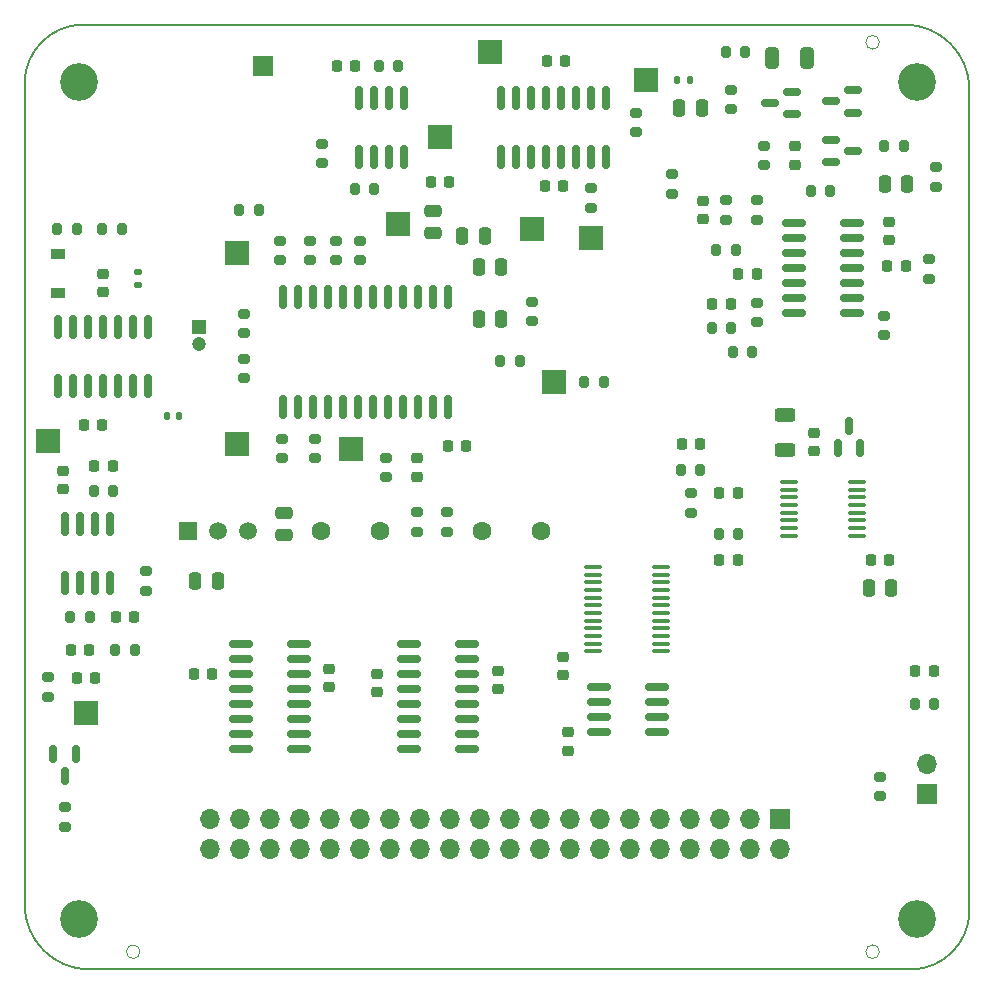
<source format=gbr>
G04 #@! TF.GenerationSoftware,KiCad,Pcbnew,(6.0.7-1)-1*
G04 #@! TF.CreationDate,2023-04-02T22:51:05-07:00*
G04 #@! TF.ProjectId,as3372,61733333-3732-42e6-9b69-6361645f7063,0.2*
G04 #@! TF.SameCoordinates,PX3d83120PY6590fa0*
G04 #@! TF.FileFunction,Soldermask,Top*
G04 #@! TF.FilePolarity,Negative*
%FSLAX46Y46*%
G04 Gerber Fmt 4.6, Leading zero omitted, Abs format (unit mm)*
G04 Created by KiCad (PCBNEW (6.0.7-1)-1) date 2023-04-02 22:51:05*
%MOMM*%
%LPD*%
G01*
G04 APERTURE LIST*
G04 Aperture macros list*
%AMRoundRect*
0 Rectangle with rounded corners*
0 $1 Rounding radius*
0 $2 $3 $4 $5 $6 $7 $8 $9 X,Y pos of 4 corners*
0 Add a 4 corners polygon primitive as box body*
4,1,4,$2,$3,$4,$5,$6,$7,$8,$9,$2,$3,0*
0 Add four circle primitives for the rounded corners*
1,1,$1+$1,$2,$3*
1,1,$1+$1,$4,$5*
1,1,$1+$1,$6,$7*
1,1,$1+$1,$8,$9*
0 Add four rect primitives between the rounded corners*
20,1,$1+$1,$2,$3,$4,$5,0*
20,1,$1+$1,$4,$5,$6,$7,0*
20,1,$1+$1,$6,$7,$8,$9,0*
20,1,$1+$1,$8,$9,$2,$3,0*%
G04 Aperture macros list end*
G04 #@! TA.AperFunction,Profile*
%ADD10C,0.150000*%
G04 #@! TD*
G04 #@! TA.AperFunction,Profile*
%ADD11C,0.050000*%
G04 #@! TD*
%ADD12RoundRect,0.250000X0.250000X0.475000X-0.250000X0.475000X-0.250000X-0.475000X0.250000X-0.475000X0*%
%ADD13RoundRect,0.225000X0.225000X0.250000X-0.225000X0.250000X-0.225000X-0.250000X0.225000X-0.250000X0*%
%ADD14RoundRect,0.250000X-0.625000X0.312500X-0.625000X-0.312500X0.625000X-0.312500X0.625000X0.312500X0*%
%ADD15RoundRect,0.225000X0.250000X-0.225000X0.250000X0.225000X-0.250000X0.225000X-0.250000X-0.225000X0*%
%ADD16C,3.200000*%
%ADD17RoundRect,0.100000X0.637500X0.100000X-0.637500X0.100000X-0.637500X-0.100000X0.637500X-0.100000X0*%
%ADD18RoundRect,0.200000X-0.200000X-0.275000X0.200000X-0.275000X0.200000X0.275000X-0.200000X0.275000X0*%
%ADD19RoundRect,0.218750X-0.218750X-0.256250X0.218750X-0.256250X0.218750X0.256250X-0.218750X0.256250X0*%
%ADD20R,1.700000X1.700000*%
%ADD21O,1.700000X1.700000*%
%ADD22RoundRect,0.150000X0.150000X-0.587500X0.150000X0.587500X-0.150000X0.587500X-0.150000X-0.587500X0*%
%ADD23RoundRect,0.150000X0.825000X0.150000X-0.825000X0.150000X-0.825000X-0.150000X0.825000X-0.150000X0*%
%ADD24RoundRect,0.200000X0.275000X-0.200000X0.275000X0.200000X-0.275000X0.200000X-0.275000X-0.200000X0*%
%ADD25RoundRect,0.250000X0.475000X-0.250000X0.475000X0.250000X-0.475000X0.250000X-0.475000X-0.250000X0*%
%ADD26RoundRect,0.250000X-0.250000X-0.475000X0.250000X-0.475000X0.250000X0.475000X-0.250000X0.475000X0*%
%ADD27RoundRect,0.200000X0.200000X0.275000X-0.200000X0.275000X-0.200000X-0.275000X0.200000X-0.275000X0*%
%ADD28RoundRect,0.135000X-0.135000X-0.185000X0.135000X-0.185000X0.135000X0.185000X-0.135000X0.185000X0*%
%ADD29R,1.200000X0.900000*%
%ADD30R,2.000000X2.000000*%
%ADD31RoundRect,0.150000X0.150000X-0.825000X0.150000X0.825000X-0.150000X0.825000X-0.150000X-0.825000X0*%
%ADD32RoundRect,0.200000X-0.275000X0.200000X-0.275000X-0.200000X0.275000X-0.200000X0.275000X0.200000X0*%
%ADD33RoundRect,0.225000X-0.225000X-0.250000X0.225000X-0.250000X0.225000X0.250000X-0.225000X0.250000X0*%
%ADD34RoundRect,0.250000X-0.325000X-0.650000X0.325000X-0.650000X0.325000X0.650000X-0.325000X0.650000X0*%
%ADD35RoundRect,0.135000X-0.185000X0.135000X-0.185000X-0.135000X0.185000X-0.135000X0.185000X0.135000X0*%
%ADD36C,1.600000*%
%ADD37RoundRect,0.150000X0.587500X0.150000X-0.587500X0.150000X-0.587500X-0.150000X0.587500X-0.150000X0*%
%ADD38RoundRect,0.150000X-0.825000X-0.150000X0.825000X-0.150000X0.825000X0.150000X-0.825000X0.150000X0*%
%ADD39RoundRect,0.150000X-0.587500X-0.150000X0.587500X-0.150000X0.587500X0.150000X-0.587500X0.150000X0*%
%ADD40RoundRect,0.150000X-0.150000X0.875000X-0.150000X-0.875000X0.150000X-0.875000X0.150000X0.875000X0*%
%ADD41R,1.200000X1.200000*%
%ADD42C,1.200000*%
%ADD43RoundRect,0.135000X0.135000X0.185000X-0.135000X0.185000X-0.135000X-0.185000X0.135000X-0.185000X0*%
%ADD44RoundRect,0.225000X-0.250000X0.225000X-0.250000X-0.225000X0.250000X-0.225000X0.250000X0.225000X0*%
%ADD45RoundRect,0.250000X-0.475000X0.250000X-0.475000X-0.250000X0.475000X-0.250000X0.475000X0.250000X0*%
%ADD46RoundRect,0.150000X-0.150000X0.587500X-0.150000X-0.587500X0.150000X-0.587500X0.150000X0.587500X0*%
%ADD47RoundRect,0.150000X-0.150000X0.825000X-0.150000X-0.825000X0.150000X-0.825000X0.150000X0.825000X0*%
%ADD48R,1.500000X1.500000*%
%ADD49C,1.500000*%
G04 APERTURE END LIST*
D10*
X900000Y6700000D02*
G75*
G03*
X6400000Y1200000I5500000J0D01*
G01*
X75900000Y1200000D02*
G75*
G03*
X80900000Y6200000I0J5000000D01*
G01*
X75900000Y1200000D02*
X6400000Y1200000D01*
X5900000Y81200000D02*
G75*
G03*
X900000Y76200000I0J-5000000D01*
G01*
X80900000Y75700000D02*
G75*
G03*
X75400000Y81200000I-5500000J0D01*
G01*
X5900000Y81200000D02*
X75400000Y81200000D01*
X80900000Y6200000D02*
X80900000Y75700000D01*
X900000Y76200000D02*
X900000Y6700000D01*
D11*
X10676000Y2700000D02*
G75*
G03*
X10676000Y2700000I-576000J0D01*
G01*
X73276000Y79700000D02*
G75*
G03*
X73276000Y79700000I-576000J0D01*
G01*
X73276000Y2700000D02*
G75*
G03*
X73276000Y2700000I-576000J0D01*
G01*
D12*
X74300000Y33500000D03*
X72400000Y33500000D03*
D13*
X74125000Y35900000D03*
X72575000Y35900000D03*
D14*
X65300000Y48112500D03*
X65300000Y45187500D03*
D15*
X46500000Y26125000D03*
X46500000Y27675000D03*
D16*
X76500000Y5500000D03*
X5500000Y5500000D03*
D17*
X54762500Y28125000D03*
X54762500Y28775000D03*
X54762500Y29425000D03*
X54762500Y30075000D03*
X54762500Y30725000D03*
X54762500Y31375000D03*
X54762500Y32025000D03*
X54762500Y32675000D03*
X54762500Y33325000D03*
X54762500Y33975000D03*
X54762500Y34625000D03*
X54762500Y35275000D03*
X49037500Y35275000D03*
X49037500Y34625000D03*
X49037500Y33975000D03*
X49037500Y33325000D03*
X49037500Y32675000D03*
X49037500Y32025000D03*
X49037500Y31375000D03*
X49037500Y30725000D03*
X49037500Y30075000D03*
X49037500Y29425000D03*
X49037500Y28775000D03*
X49037500Y28125000D03*
D18*
X76262500Y23700000D03*
X77912500Y23700000D03*
D19*
X76300000Y26500000D03*
X77875000Y26500000D03*
D20*
X64825000Y13950000D03*
D21*
X64825000Y11410000D03*
X62285000Y13950000D03*
X62285000Y11410000D03*
X59745000Y13950000D03*
X59745000Y11410000D03*
X57205000Y13950000D03*
X57205000Y11410000D03*
X54665000Y13950000D03*
X54665000Y11410000D03*
X52125000Y13950000D03*
X52125000Y11410000D03*
X49585000Y13950000D03*
X49585000Y11410000D03*
X47045000Y13950000D03*
X47045000Y11410000D03*
X44505000Y13950000D03*
X44505000Y11410000D03*
X41965000Y13950000D03*
X41965000Y11410000D03*
X39425000Y13950000D03*
X39425000Y11410000D03*
X36885000Y13950000D03*
X36885000Y11410000D03*
X34345000Y13950000D03*
X34345000Y11410000D03*
X31805000Y13950000D03*
X31805000Y11410000D03*
X29265000Y13950000D03*
X29265000Y11410000D03*
X26725000Y13950000D03*
X26725000Y11410000D03*
X24185000Y13950000D03*
X24185000Y11410000D03*
X21645000Y13950000D03*
X21645000Y11410000D03*
X19105000Y13950000D03*
X19105000Y11410000D03*
X16565000Y13950000D03*
X16565000Y11410000D03*
D15*
X46900000Y19725000D03*
X46900000Y21275000D03*
D22*
X69750000Y45312500D03*
X71650000Y45312500D03*
X70700000Y47187500D03*
D15*
X67700000Y45075000D03*
X67700000Y46625000D03*
D23*
X54450000Y21300000D03*
X54450000Y22570000D03*
X54450000Y23840000D03*
X54450000Y25110000D03*
X49500000Y25110000D03*
X49500000Y23840000D03*
X49500000Y22570000D03*
X49500000Y21300000D03*
D24*
X62900000Y64675000D03*
X62900000Y66325000D03*
D18*
X4770000Y31000000D03*
X6420000Y31000000D03*
D25*
X22900000Y37950000D03*
X22900000Y39850000D03*
D24*
X25100000Y61255000D03*
X25100000Y62905000D03*
D20*
X77300000Y16025000D03*
D21*
X77300000Y18565000D03*
D24*
X36700000Y38275000D03*
X36700000Y39925000D03*
D26*
X39350000Y56300000D03*
X41250000Y56300000D03*
D18*
X3675000Y63900000D03*
X5325000Y63900000D03*
D27*
X58125000Y43500000D03*
X56475000Y43500000D03*
D26*
X15350000Y34100000D03*
X17250000Y34100000D03*
D28*
X56178750Y76500000D03*
X57198750Y76500000D03*
D18*
X73675000Y70900000D03*
X75325000Y70900000D03*
D24*
X57300000Y39875000D03*
X57300000Y41525000D03*
D18*
X48275000Y50900000D03*
X49925000Y50900000D03*
D29*
X3700000Y61750000D03*
X3700000Y58450000D03*
D13*
X60675000Y57550000D03*
X59125000Y57550000D03*
D24*
X77500000Y59675000D03*
X77500000Y61325000D03*
D30*
X45700000Y50900000D03*
D12*
X58250000Y74100000D03*
X56350000Y74100000D03*
D31*
X29195000Y70025000D03*
X30465000Y70025000D03*
X31735000Y70025000D03*
X33005000Y70025000D03*
X33005000Y74975000D03*
X31735000Y74975000D03*
X30465000Y74975000D03*
X29195000Y74975000D03*
D32*
X29300000Y62905000D03*
X29300000Y61255000D03*
D17*
X71362500Y37925000D03*
X71362500Y38575000D03*
X71362500Y39225000D03*
X71362500Y39875000D03*
X71362500Y40525000D03*
X71362500Y41175000D03*
X71362500Y41825000D03*
X71362500Y42475000D03*
X65637500Y42475000D03*
X65637500Y41825000D03*
X65637500Y41175000D03*
X65637500Y40525000D03*
X65637500Y39875000D03*
X65637500Y39225000D03*
X65637500Y38575000D03*
X65637500Y37925000D03*
D31*
X41255000Y70025000D03*
X42525000Y70025000D03*
X43795000Y70025000D03*
X45065000Y70025000D03*
X46335000Y70025000D03*
X47605000Y70025000D03*
X48875000Y70025000D03*
X50145000Y70025000D03*
X50145000Y74975000D03*
X48875000Y74975000D03*
X47605000Y74975000D03*
X46335000Y74975000D03*
X45065000Y74975000D03*
X43795000Y74975000D03*
X42525000Y74975000D03*
X41255000Y74975000D03*
D33*
X27325000Y77700000D03*
X28875000Y77700000D03*
X56525000Y45700000D03*
X58075000Y45700000D03*
D34*
X64225000Y78400000D03*
X67175000Y78400000D03*
D32*
X2900000Y25925000D03*
X2900000Y24275000D03*
D15*
X66100000Y69350000D03*
X66100000Y70900000D03*
D30*
X48900000Y63100000D03*
D35*
X10500000Y60210000D03*
X10500000Y59190000D03*
D13*
X75500000Y60800000D03*
X73950000Y60800000D03*
D26*
X37950000Y63300000D03*
X39850000Y63300000D03*
D30*
X36100000Y71700000D03*
D27*
X61325000Y38100000D03*
X59675000Y38100000D03*
D36*
X44600000Y38300000D03*
X39600000Y38300000D03*
D33*
X5325000Y25900000D03*
X6875000Y25900000D03*
X5925000Y47300000D03*
X7475000Y47300000D03*
D30*
X28500000Y45300000D03*
D37*
X65900000Y73625000D03*
X65900000Y75525000D03*
X64025000Y74575000D03*
D18*
X6770000Y41700000D03*
X8420000Y41700000D03*
D38*
X19225000Y28745000D03*
X19225000Y27475000D03*
X19225000Y26205000D03*
X19225000Y24935000D03*
X19225000Y23665000D03*
X19225000Y22395000D03*
X19225000Y21125000D03*
X19225000Y19855000D03*
X24175000Y19855000D03*
X24175000Y21125000D03*
X24175000Y22395000D03*
X24175000Y23665000D03*
X24175000Y24935000D03*
X24175000Y26205000D03*
X24175000Y27475000D03*
X24175000Y28745000D03*
D39*
X69162500Y71450000D03*
X69162500Y69550000D03*
X71037500Y70500000D03*
D40*
X36785000Y58150000D03*
X35515000Y58150000D03*
X34245000Y58150000D03*
X32975000Y58150000D03*
X31705000Y58150000D03*
X30435000Y58150000D03*
X29165000Y58150000D03*
X27895000Y58150000D03*
X26625000Y58150000D03*
X25355000Y58150000D03*
X24085000Y58150000D03*
X22815000Y58150000D03*
X22815000Y48850000D03*
X24085000Y48850000D03*
X25355000Y48850000D03*
X26625000Y48850000D03*
X27895000Y48850000D03*
X29165000Y48850000D03*
X30435000Y48850000D03*
X31705000Y48850000D03*
X32975000Y48850000D03*
X34245000Y48850000D03*
X35515000Y48850000D03*
X36785000Y48850000D03*
D15*
X58300000Y64725000D03*
X58300000Y66275000D03*
D32*
X4300000Y14925000D03*
X4300000Y13275000D03*
D15*
X74100000Y62925000D03*
X74100000Y64475000D03*
X4195000Y41835000D03*
X4195000Y43385000D03*
D24*
X31500000Y42875000D03*
X31500000Y44525000D03*
D32*
X27300000Y62905000D03*
X27300000Y61255000D03*
D33*
X35325000Y67900000D03*
X36875000Y67900000D03*
D18*
X8570000Y28210000D03*
X10220000Y28210000D03*
D30*
X32500000Y64300000D03*
D27*
X42825000Y52700000D03*
X41175000Y52700000D03*
D24*
X55700000Y66875000D03*
X55700000Y68525000D03*
D32*
X73700000Y56525000D03*
X73700000Y54875000D03*
D41*
X15700000Y55622600D03*
D42*
X15700000Y54122600D03*
D33*
X59725000Y35900000D03*
X61275000Y35900000D03*
D43*
X14010000Y48100000D03*
X12990000Y48100000D03*
D24*
X25500000Y44475000D03*
X25500000Y46125000D03*
D32*
X60300000Y66325000D03*
X60300000Y64675000D03*
D30*
X43900000Y63900000D03*
X18900000Y45700000D03*
D24*
X22700000Y44475000D03*
X22700000Y46125000D03*
D30*
X53500000Y76500000D03*
D23*
X70975000Y56790000D03*
X70975000Y58060000D03*
X70975000Y59330000D03*
X70975000Y60600000D03*
X70975000Y61870000D03*
X70975000Y63140000D03*
X70975000Y64410000D03*
X66025000Y64410000D03*
X66025000Y63140000D03*
X66025000Y61870000D03*
X66025000Y60600000D03*
X66025000Y59330000D03*
X66025000Y58060000D03*
X66025000Y56790000D03*
D32*
X62900000Y57625000D03*
X62900000Y55975000D03*
D15*
X34100000Y42925000D03*
X34100000Y44475000D03*
D30*
X6100000Y22900000D03*
D33*
X6820000Y43810000D03*
X8370000Y43810000D03*
D44*
X7500000Y58525000D03*
X7500000Y60075000D03*
D26*
X39350000Y60700000D03*
X41250000Y60700000D03*
D32*
X60700000Y75675000D03*
X60700000Y74025000D03*
D37*
X71037500Y73750000D03*
X71037500Y75650000D03*
X69162500Y74700000D03*
D24*
X22500000Y61255000D03*
X22500000Y62905000D03*
D32*
X11195000Y34925000D03*
X11195000Y33275000D03*
D18*
X30875000Y77700000D03*
X32525000Y77700000D03*
D30*
X2900000Y45900000D03*
D18*
X59475000Y62100000D03*
X61125000Y62100000D03*
D30*
X18900000Y61900000D03*
D12*
X75650000Y67700000D03*
X73750000Y67700000D03*
D24*
X48900000Y65675000D03*
X48900000Y67325000D03*
D18*
X59075000Y55500000D03*
X60725000Y55500000D03*
D32*
X34100000Y39925000D03*
X34100000Y38275000D03*
D30*
X40300000Y78900000D03*
D16*
X76500000Y76300000D03*
D27*
X61925000Y78900000D03*
X60275000Y78900000D03*
X62525000Y53500000D03*
X60875000Y53500000D03*
D24*
X19500000Y51275000D03*
X19500000Y52925000D03*
D16*
X5500000Y76300000D03*
D33*
X59725000Y41500000D03*
X61275000Y41500000D03*
D15*
X30765000Y24650000D03*
X30765000Y26200000D03*
D44*
X40975000Y26500000D03*
X40975000Y24950000D03*
D13*
X10175000Y31000000D03*
X8625000Y31000000D03*
D33*
X61325000Y60100000D03*
X62875000Y60100000D03*
D24*
X19500000Y55075000D03*
X19500000Y56725000D03*
D32*
X73300000Y17525000D03*
X73300000Y15875000D03*
D20*
X21100000Y77700000D03*
D32*
X52700000Y73725000D03*
X52700000Y72075000D03*
D45*
X35500000Y65450000D03*
X35500000Y63550000D03*
D32*
X63500000Y70925000D03*
X63500000Y69275000D03*
D46*
X5250000Y19437500D03*
X3350000Y19437500D03*
X4300000Y17562500D03*
D33*
X15225000Y26225000D03*
X16775000Y26225000D03*
D13*
X46675000Y78100000D03*
X45125000Y78100000D03*
D36*
X31000000Y38300000D03*
X26000000Y38300000D03*
D33*
X44925000Y67500000D03*
X46475000Y67500000D03*
D38*
X33425000Y28745000D03*
X33425000Y27475000D03*
X33425000Y26205000D03*
X33425000Y24935000D03*
X33425000Y23665000D03*
X33425000Y22395000D03*
X33425000Y21125000D03*
X33425000Y19855000D03*
X38375000Y19855000D03*
X38375000Y21125000D03*
X38375000Y22395000D03*
X38375000Y23665000D03*
X38375000Y24935000D03*
X38375000Y26205000D03*
X38375000Y27475000D03*
X38375000Y28745000D03*
D44*
X26700000Y26625000D03*
X26700000Y25075000D03*
D13*
X38275000Y45500000D03*
X36725000Y45500000D03*
D33*
X4820000Y28210000D03*
X6370000Y28210000D03*
D24*
X43900000Y56075000D03*
X43900000Y57725000D03*
D18*
X9125000Y63900000D03*
X7475000Y63900000D03*
X19075000Y65500000D03*
X20725000Y65500000D03*
D24*
X26100000Y69475000D03*
X26100000Y71125000D03*
D47*
X8100000Y38885000D03*
X6830000Y38885000D03*
X5560000Y38885000D03*
X4290000Y38885000D03*
X4290000Y33935000D03*
X5560000Y33935000D03*
X6830000Y33935000D03*
X8100000Y33935000D03*
D48*
X14760000Y38340000D03*
D49*
X17300000Y38340000D03*
X19840000Y38340000D03*
D27*
X69125000Y67100000D03*
X67475000Y67100000D03*
X30525000Y67300000D03*
X28875000Y67300000D03*
D47*
X11310000Y55575000D03*
X10040000Y55575000D03*
X8770000Y55575000D03*
X7500000Y55575000D03*
X6230000Y55575000D03*
X4960000Y55575000D03*
X3690000Y55575000D03*
X3690000Y50625000D03*
X4960000Y50625000D03*
X6230000Y50625000D03*
X7500000Y50625000D03*
X8770000Y50625000D03*
X10040000Y50625000D03*
X11310000Y50625000D03*
D24*
X78100000Y67475000D03*
X78100000Y69125000D03*
M02*

</source>
